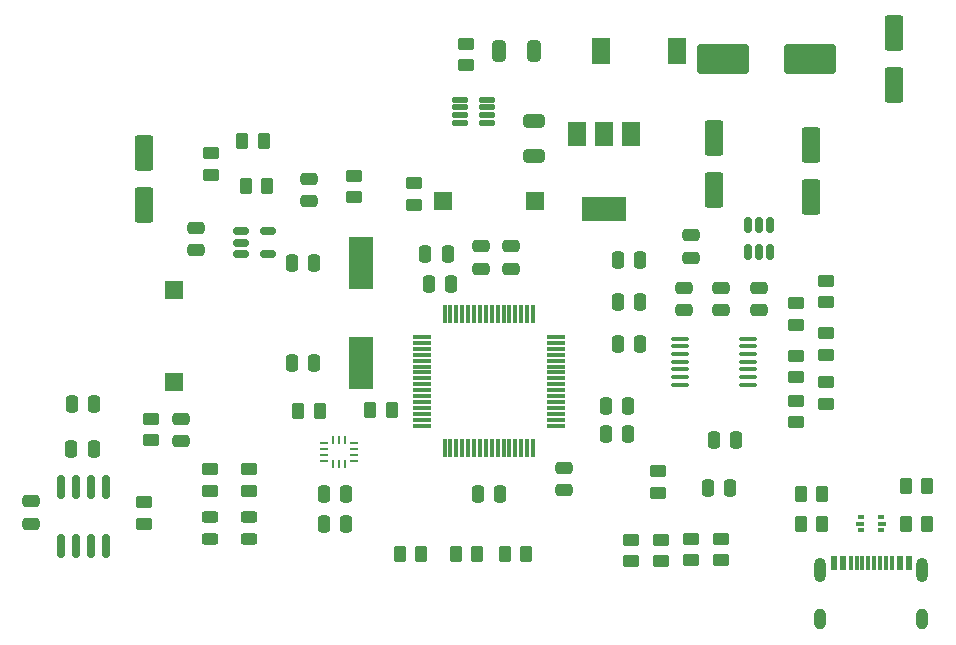
<source format=gbr>
%TF.GenerationSoftware,KiCad,Pcbnew,7.0.5*%
%TF.CreationDate,2023-06-26T01:29:26+02:00*%
%TF.ProjectId,GigaVesc,47696761-5665-4736-932e-6b696361645f,rev?*%
%TF.SameCoordinates,Original*%
%TF.FileFunction,Paste,Top*%
%TF.FilePolarity,Positive*%
%FSLAX46Y46*%
G04 Gerber Fmt 4.6, Leading zero omitted, Abs format (unit mm)*
G04 Created by KiCad (PCBNEW 7.0.5) date 2023-06-26 01:29:26*
%MOMM*%
%LPD*%
G01*
G04 APERTURE LIST*
G04 Aperture macros list*
%AMRoundRect*
0 Rectangle with rounded corners*
0 $1 Rounding radius*
0 $2 $3 $4 $5 $6 $7 $8 $9 X,Y pos of 4 corners*
0 Add a 4 corners polygon primitive as box body*
4,1,4,$2,$3,$4,$5,$6,$7,$8,$9,$2,$3,0*
0 Add four circle primitives for the rounded corners*
1,1,$1+$1,$2,$3*
1,1,$1+$1,$4,$5*
1,1,$1+$1,$6,$7*
1,1,$1+$1,$8,$9*
0 Add four rect primitives between the rounded corners*
20,1,$1+$1,$2,$3,$4,$5,0*
20,1,$1+$1,$4,$5,$6,$7,0*
20,1,$1+$1,$6,$7,$8,$9,0*
20,1,$1+$1,$8,$9,$2,$3,0*%
G04 Aperture macros list end*
%ADD10RoundRect,0.250000X0.262500X0.450000X-0.262500X0.450000X-0.262500X-0.450000X0.262500X-0.450000X0*%
%ADD11RoundRect,0.250000X-0.450000X0.262500X-0.450000X-0.262500X0.450000X-0.262500X0.450000X0.262500X0*%
%ADD12RoundRect,0.150000X-0.150000X0.825000X-0.150000X-0.825000X0.150000X-0.825000X0.150000X0.825000X0*%
%ADD13RoundRect,0.150000X0.150000X-0.512500X0.150000X0.512500X-0.150000X0.512500X-0.150000X-0.512500X0*%
%ADD14RoundRect,0.250000X0.250000X0.475000X-0.250000X0.475000X-0.250000X-0.475000X0.250000X-0.475000X0*%
%ADD15RoundRect,0.250000X-0.250000X-0.475000X0.250000X-0.475000X0.250000X0.475000X-0.250000X0.475000X0*%
%ADD16RoundRect,0.250000X-0.475000X0.250000X-0.475000X-0.250000X0.475000X-0.250000X0.475000X0.250000X0*%
%ADD17RoundRect,0.125000X0.537500X0.125000X-0.537500X0.125000X-0.537500X-0.125000X0.537500X-0.125000X0*%
%ADD18RoundRect,0.243750X-0.456250X0.243750X-0.456250X-0.243750X0.456250X-0.243750X0.456250X0.243750X0*%
%ADD19RoundRect,0.250000X0.550000X-1.250000X0.550000X1.250000X-0.550000X1.250000X-0.550000X-1.250000X0*%
%ADD20R,1.500000X2.200000*%
%ADD21RoundRect,0.250000X-0.650000X0.325000X-0.650000X-0.325000X0.650000X-0.325000X0.650000X0.325000X0*%
%ADD22RoundRect,0.100000X0.637500X0.100000X-0.637500X0.100000X-0.637500X-0.100000X0.637500X-0.100000X0*%
%ADD23R,1.500000X2.000000*%
%ADD24R,3.800000X2.000000*%
%ADD25R,0.675000X0.250000*%
%ADD26R,0.250000X0.675000*%
%ADD27RoundRect,0.250000X0.475000X-0.250000X0.475000X0.250000X-0.475000X0.250000X-0.475000X-0.250000X0*%
%ADD28RoundRect,0.250000X0.450000X-0.262500X0.450000X0.262500X-0.450000X0.262500X-0.450000X-0.262500X0*%
%ADD29RoundRect,0.250000X-0.262500X-0.450000X0.262500X-0.450000X0.262500X0.450000X-0.262500X0.450000X0*%
%ADD30RoundRect,0.250000X-0.325000X-0.650000X0.325000X-0.650000X0.325000X0.650000X-0.325000X0.650000X0*%
%ADD31R,1.500000X1.500000*%
%ADD32RoundRect,0.150000X-0.512500X-0.150000X0.512500X-0.150000X0.512500X0.150000X-0.512500X0.150000X0*%
%ADD33R,0.600000X1.150000*%
%ADD34R,0.300000X1.150000*%
%ADD35O,1.000000X2.100000*%
%ADD36O,1.000000X1.800000*%
%ADD37RoundRect,0.075000X-0.700000X-0.075000X0.700000X-0.075000X0.700000X0.075000X-0.700000X0.075000X0*%
%ADD38RoundRect,0.075000X-0.075000X-0.700000X0.075000X-0.700000X0.075000X0.700000X-0.075000X0.700000X0*%
%ADD39RoundRect,0.250000X-1.950000X-1.000000X1.950000X-1.000000X1.950000X1.000000X-1.950000X1.000000X0*%
%ADD40R,0.500000X0.375000*%
%ADD41R,0.650000X0.300000*%
%ADD42R,2.000000X4.500000*%
G04 APERTURE END LIST*
D10*
%TO.C,R22*%
X193952500Y-111125000D03*
X192127500Y-111125000D03*
%TD*%
D11*
%TO.C,R21*%
X127635000Y-112475000D03*
X127635000Y-114300000D03*
%TD*%
D12*
%TO.C,U6*%
X124460000Y-111190000D03*
X123190000Y-111190000D03*
X121920000Y-111190000D03*
X120650000Y-111190000D03*
X120650000Y-116140000D03*
X121920000Y-116140000D03*
X123190000Y-116140000D03*
X124460000Y-116140000D03*
%TD*%
D10*
%TO.C,R28*%
X137795000Y-81915000D03*
X135970000Y-81915000D03*
%TD*%
D13*
%TO.C,U5*%
X178755000Y-91307500D03*
X179705000Y-91307500D03*
X180655000Y-91307500D03*
X180655000Y-89032500D03*
X179705000Y-89032500D03*
X178755000Y-89032500D03*
%TD*%
D11*
%TO.C,R20*%
X168910000Y-115650000D03*
X168910000Y-117475000D03*
%TD*%
D14*
%TO.C,C2*%
X142047000Y-92202000D03*
X140147000Y-92202000D03*
%TD*%
D15*
%TO.C,C6*%
X151450000Y-91440000D03*
X153350000Y-91440000D03*
%TD*%
D16*
%TO.C,C1*%
X130810000Y-105415000D03*
X130810000Y-107315000D03*
%TD*%
D14*
%TO.C,C8*%
X168656000Y-106680000D03*
X166756000Y-106680000D03*
%TD*%
D17*
%TO.C,U10*%
X156712500Y-80350000D03*
X156712500Y-79700000D03*
X156712500Y-79050000D03*
X156712500Y-78400000D03*
X154437500Y-78400000D03*
X154437500Y-79050000D03*
X154437500Y-79700000D03*
X154437500Y-80350000D03*
%TD*%
D18*
%TO.C,D1*%
X136525000Y-113695000D03*
X136525000Y-115570000D03*
%TD*%
D19*
%TO.C,C33*%
X184150000Y-86655000D03*
X184150000Y-82255000D03*
%TD*%
D15*
%TO.C,C7*%
X167772000Y-99060000D03*
X169672000Y-99060000D03*
%TD*%
D16*
%TO.C,C13*%
X156210000Y-90810000D03*
X156210000Y-92710000D03*
%TD*%
D20*
%TO.C,L1*%
X166345000Y-74295000D03*
X172745000Y-74295000D03*
%TD*%
D21*
%TO.C,C35*%
X160655000Y-80235000D03*
X160655000Y-83185000D03*
%TD*%
D10*
%TO.C,R14*%
X155852500Y-116840000D03*
X154027500Y-116840000D03*
%TD*%
D22*
%TO.C,U4*%
X178757500Y-102534000D03*
X178757500Y-101884000D03*
X178757500Y-101234000D03*
X178757500Y-100584000D03*
X178757500Y-99934000D03*
X178757500Y-99284000D03*
X178757500Y-98634000D03*
X173032500Y-98634000D03*
X173032500Y-99284000D03*
X173032500Y-99934000D03*
X173032500Y-100584000D03*
X173032500Y-101234000D03*
X173032500Y-101884000D03*
X173032500Y-102534000D03*
%TD*%
D23*
%TO.C,U9*%
X168924000Y-81305000D03*
X166624000Y-81305000D03*
D24*
X166624000Y-87605000D03*
D23*
X164324000Y-81305000D03*
%TD*%
D19*
%TO.C,C32*%
X191135000Y-77130000D03*
X191135000Y-72730000D03*
%TD*%
%TO.C,C30*%
X175895000Y-86020000D03*
X175895000Y-81620000D03*
%TD*%
%TO.C,C28*%
X127635000Y-87290000D03*
X127635000Y-82890000D03*
%TD*%
D25*
%TO.C,U3*%
X142890000Y-107450000D03*
X142890000Y-107950000D03*
X142890000Y-108450000D03*
X142890000Y-108950000D03*
D26*
X143652500Y-109212500D03*
X144152500Y-109212500D03*
X144652500Y-109212500D03*
D25*
X145415000Y-108950000D03*
X145415000Y-108450000D03*
X145415000Y-107950000D03*
X145415000Y-107450000D03*
D26*
X144652500Y-107187500D03*
X144152500Y-107187500D03*
X143652500Y-107187500D03*
%TD*%
D27*
%TO.C,C19*%
X176530000Y-96200000D03*
X176530000Y-94300000D03*
%TD*%
D15*
%TO.C,C25*%
X175392000Y-111252000D03*
X177292000Y-111252000D03*
%TD*%
D16*
%TO.C,C12*%
X158750000Y-90810000D03*
X158750000Y-92710000D03*
%TD*%
D28*
%TO.C,R7*%
X182880000Y-97432500D03*
X182880000Y-95607500D03*
%TD*%
D14*
%TO.C,C11*%
X169672000Y-95504000D03*
X167772000Y-95504000D03*
%TD*%
%TO.C,C10*%
X169672000Y-91948000D03*
X167772000Y-91948000D03*
%TD*%
D28*
%TO.C,R2*%
X150495000Y-87272500D03*
X150495000Y-85447500D03*
%TD*%
D14*
%TO.C,C9*%
X168656000Y-104305000D03*
X166756000Y-104305000D03*
%TD*%
D11*
%TO.C,R30*%
X133350000Y-82907500D03*
X133350000Y-84732500D03*
%TD*%
D29*
%TO.C,R29*%
X136247500Y-85725000D03*
X138072500Y-85725000D03*
%TD*%
D10*
%TO.C,R25*%
X185062500Y-114300000D03*
X183237500Y-114300000D03*
%TD*%
D11*
%TO.C,R19*%
X171450000Y-115650000D03*
X171450000Y-117475000D03*
%TD*%
D10*
%TO.C,R5*%
X142541000Y-104775000D03*
X140716000Y-104775000D03*
%TD*%
D16*
%TO.C,C22*%
X173990000Y-89855000D03*
X173990000Y-91755000D03*
%TD*%
D29*
%TO.C,R24*%
X183237500Y-111760000D03*
X185062500Y-111760000D03*
%TD*%
D11*
%TO.C,R16*%
X171196000Y-109855000D03*
X171196000Y-111680000D03*
%TD*%
D15*
%TO.C,C5*%
X151770000Y-93980000D03*
X153670000Y-93980000D03*
%TD*%
D28*
%TO.C,R4*%
X133223000Y-111481000D03*
X133223000Y-109656000D03*
%TD*%
D15*
%TO.C,C3*%
X140147000Y-100711000D03*
X142047000Y-100711000D03*
%TD*%
D11*
%TO.C,R10*%
X185420000Y-93702500D03*
X185420000Y-95527500D03*
%TD*%
D30*
%TO.C,C29*%
X157705000Y-74295000D03*
X160655000Y-74295000D03*
%TD*%
D15*
%TO.C,C27*%
X121478000Y-107950000D03*
X123378000Y-107950000D03*
%TD*%
D27*
%TO.C,C14*%
X132080000Y-91120000D03*
X132080000Y-89220000D03*
%TD*%
D31*
%TO.C,SW1*%
X160745000Y-86995000D03*
X152945000Y-86995000D03*
%TD*%
D32*
%TO.C,U2*%
X135890000Y-89535000D03*
X135890000Y-90485000D03*
X135890000Y-91435000D03*
X138165000Y-91435000D03*
X138165000Y-89535000D03*
%TD*%
D15*
%TO.C,C17*%
X142880000Y-114300000D03*
X144780000Y-114300000D03*
%TD*%
D28*
%TO.C,R3*%
X136525000Y-111504500D03*
X136525000Y-109679500D03*
%TD*%
D33*
%TO.C,J9*%
X186030000Y-117605000D03*
X186830000Y-117605000D03*
D34*
X187980000Y-117605000D03*
X188980000Y-117605000D03*
X189480000Y-117605000D03*
X190480000Y-117605000D03*
D33*
X191630000Y-117605000D03*
X192430000Y-117605000D03*
X192430000Y-117605000D03*
X191630000Y-117605000D03*
D34*
X190980000Y-117605000D03*
X189980000Y-117605000D03*
X188480000Y-117605000D03*
X187480000Y-117605000D03*
D33*
X186830000Y-117605000D03*
X186030000Y-117605000D03*
D35*
X184910000Y-118180000D03*
D36*
X184910000Y-122360000D03*
D35*
X193550000Y-118180000D03*
D36*
X193550000Y-122360000D03*
%TD*%
D29*
%TO.C,R13*%
X158195000Y-116840000D03*
X160020000Y-116840000D03*
%TD*%
D11*
%TO.C,R18*%
X173990000Y-115570000D03*
X173990000Y-117395000D03*
%TD*%
D27*
%TO.C,C15*%
X141605000Y-86995000D03*
X141605000Y-85095000D03*
%TD*%
D28*
%TO.C,R9*%
X182880000Y-105687500D03*
X182880000Y-103862500D03*
%TD*%
D15*
%TO.C,C16*%
X142880000Y-111760000D03*
X144780000Y-111760000D03*
%TD*%
D28*
%TO.C,R27*%
X154940000Y-75485000D03*
X154940000Y-73660000D03*
%TD*%
D37*
%TO.C,U1*%
X151170000Y-98485000D03*
X151170000Y-98985000D03*
X151170000Y-99485000D03*
X151170000Y-99985000D03*
X151170000Y-100485000D03*
X151170000Y-100985000D03*
X151170000Y-101485000D03*
X151170000Y-101985000D03*
X151170000Y-102485000D03*
X151170000Y-102985000D03*
X151170000Y-103485000D03*
X151170000Y-103985000D03*
X151170000Y-104485000D03*
X151170000Y-104985000D03*
X151170000Y-105485000D03*
X151170000Y-105985000D03*
D38*
X153095000Y-107910000D03*
X153595000Y-107910000D03*
X154095000Y-107910000D03*
X154595000Y-107910000D03*
X155095000Y-107910000D03*
X155595000Y-107910000D03*
X156095000Y-107910000D03*
X156595000Y-107910000D03*
X157095000Y-107910000D03*
X157595000Y-107910000D03*
X158095000Y-107910000D03*
X158595000Y-107910000D03*
X159095000Y-107910000D03*
X159595000Y-107910000D03*
X160095000Y-107910000D03*
X160595000Y-107910000D03*
D37*
X162520000Y-105985000D03*
X162520000Y-105485000D03*
X162520000Y-104985000D03*
X162520000Y-104485000D03*
X162520000Y-103985000D03*
X162520000Y-103485000D03*
X162520000Y-102985000D03*
X162520000Y-102485000D03*
X162520000Y-101985000D03*
X162520000Y-101485000D03*
X162520000Y-100985000D03*
X162520000Y-100485000D03*
X162520000Y-99985000D03*
X162520000Y-99485000D03*
X162520000Y-98985000D03*
X162520000Y-98485000D03*
D38*
X160595000Y-96560000D03*
X160095000Y-96560000D03*
X159595000Y-96560000D03*
X159095000Y-96560000D03*
X158595000Y-96560000D03*
X158095000Y-96560000D03*
X157595000Y-96560000D03*
X157095000Y-96560000D03*
X156595000Y-96560000D03*
X156095000Y-96560000D03*
X155595000Y-96560000D03*
X155095000Y-96560000D03*
X154595000Y-96560000D03*
X154095000Y-96560000D03*
X153595000Y-96560000D03*
X153095000Y-96560000D03*
%TD*%
D39*
%TO.C,C34*%
X176640000Y-74930000D03*
X184040000Y-74930000D03*
%TD*%
D16*
%TO.C,C4*%
X163195000Y-109540000D03*
X163195000Y-111440000D03*
%TD*%
D31*
%TO.C,SW2*%
X130175000Y-102325000D03*
X130175000Y-94525000D03*
%TD*%
D14*
%TO.C,C23*%
X157795000Y-111760000D03*
X155895000Y-111760000D03*
%TD*%
D29*
%TO.C,R15*%
X149305000Y-116840000D03*
X151130000Y-116840000D03*
%TD*%
D15*
%TO.C,C21*%
X175900000Y-107188000D03*
X177800000Y-107188000D03*
%TD*%
D11*
%TO.C,R11*%
X185420000Y-98147500D03*
X185420000Y-99972500D03*
%TD*%
D10*
%TO.C,R6*%
X148637000Y-104648000D03*
X146812000Y-104648000D03*
%TD*%
D15*
%TO.C,C26*%
X121544000Y-104140000D03*
X123444000Y-104140000D03*
%TD*%
D11*
%TO.C,R26*%
X145415000Y-84812500D03*
X145415000Y-86637500D03*
%TD*%
D28*
%TO.C,R1*%
X128270000Y-107235000D03*
X128270000Y-105410000D03*
%TD*%
D40*
%TO.C,U7*%
X188380000Y-113762500D03*
D41*
X188305000Y-114300000D03*
D40*
X188380000Y-114837500D03*
X190080000Y-114837500D03*
D41*
X190155000Y-114300000D03*
D40*
X190080000Y-113762500D03*
%TD*%
D11*
%TO.C,R12*%
X185420000Y-102315000D03*
X185420000Y-104140000D03*
%TD*%
D18*
%TO.C,D2*%
X133223000Y-113695000D03*
X133223000Y-115570000D03*
%TD*%
D42*
%TO.C,Y1*%
X146050000Y-100702000D03*
X146050000Y-92202000D03*
%TD*%
D27*
%TO.C,C24*%
X118110000Y-114295000D03*
X118110000Y-112395000D03*
%TD*%
%TO.C,C18*%
X179705000Y-96200000D03*
X179705000Y-94300000D03*
%TD*%
D28*
%TO.C,R8*%
X182880000Y-101877500D03*
X182880000Y-100052500D03*
%TD*%
%TO.C,R17*%
X176530000Y-117395000D03*
X176530000Y-115570000D03*
%TD*%
D27*
%TO.C,C20*%
X173355000Y-96200000D03*
X173355000Y-94300000D03*
%TD*%
D10*
%TO.C,R23*%
X193952500Y-114300000D03*
X192127500Y-114300000D03*
%TD*%
M02*

</source>
